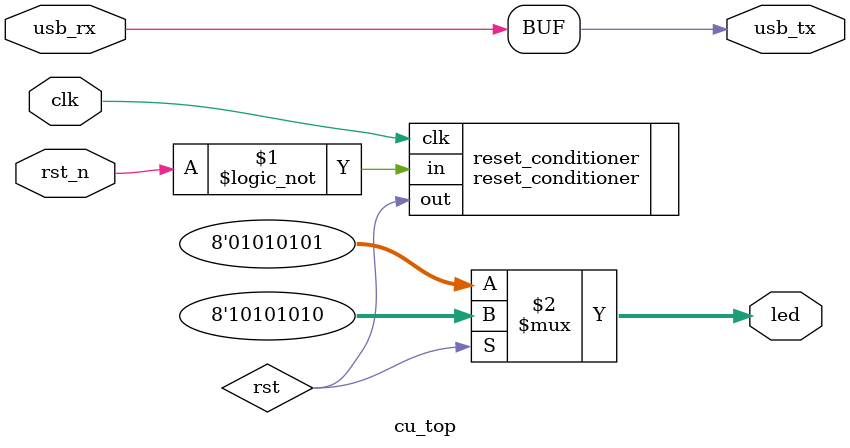
<source format=v>
module cu_top(
    input clk,
    input rst_n,
    output[7:0] led,
    input usb_rx,
    output usb_tx
    );
    
    wire rst;
    
    reset_conditioner reset_conditioner(.clk(clk), .in(!rst_n), .out(rst));
    
    assign led = rst ? 8'hAA : 8'h55;

    assign usb_tx = usb_rx;
    
endmodule

</source>
